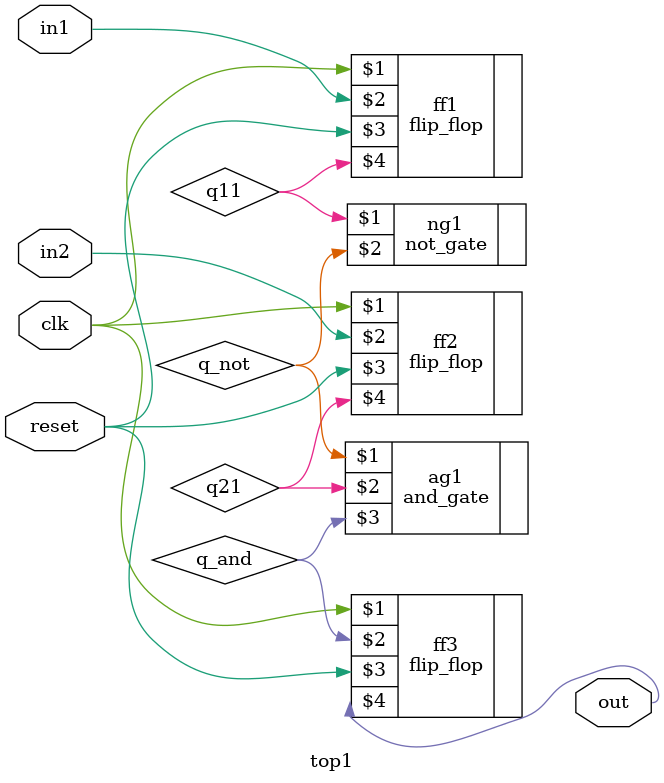
<source format=v>
`include "flip_flop.v"
`include "not_gate.v"
`include "and_gate.v"
`timescale 1ns/1ps


module top1(input in1, input in2, input clk, input reset, output out);

wire q11; wire q21;
wire q_not;  wire q_and;


flip_flop ff1(clk, in1, reset, q11);

not_gate ng1(q11, q_not);

//assign q_not=1;

flip_flop ff2(clk, in2, reset, q21);

and_gate ag1(q_not, q21, q_and);

flip_flop ff3(clk, q_and, reset, out);


endmodule

</source>
